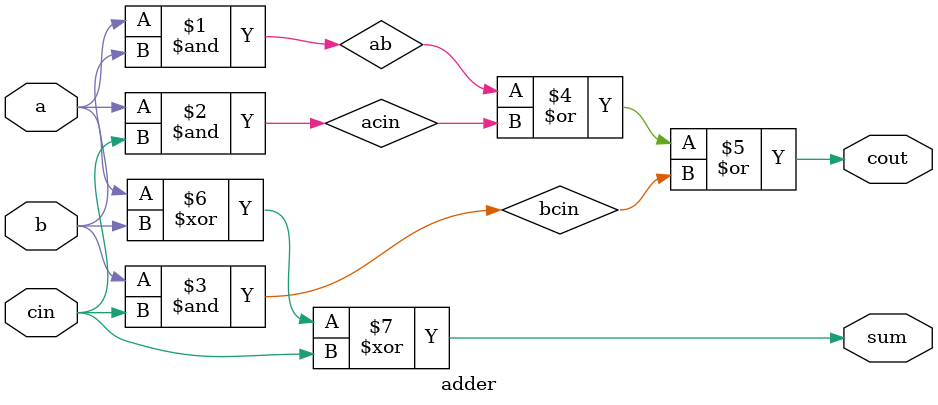
<source format=sv>
`timescale 1ns/10ps

module adder (a, b, cin, cout, sum);
	input  logic a, b, cin;
	output logic cout, sum;
	
	logic ab, acin, bcin;
	
	// cout logic
	and #50 and0 (ab, a, b);
	and #50 and1 (acin, a, cin);
	and #50 and2 (bcin, b, cin);
	or  #50 or0  (cout, ab, acin, bcin);
	
	// sum logic
	xor #50 xor0 (sum, a, b, cin); 
endmodule // adder
</source>
